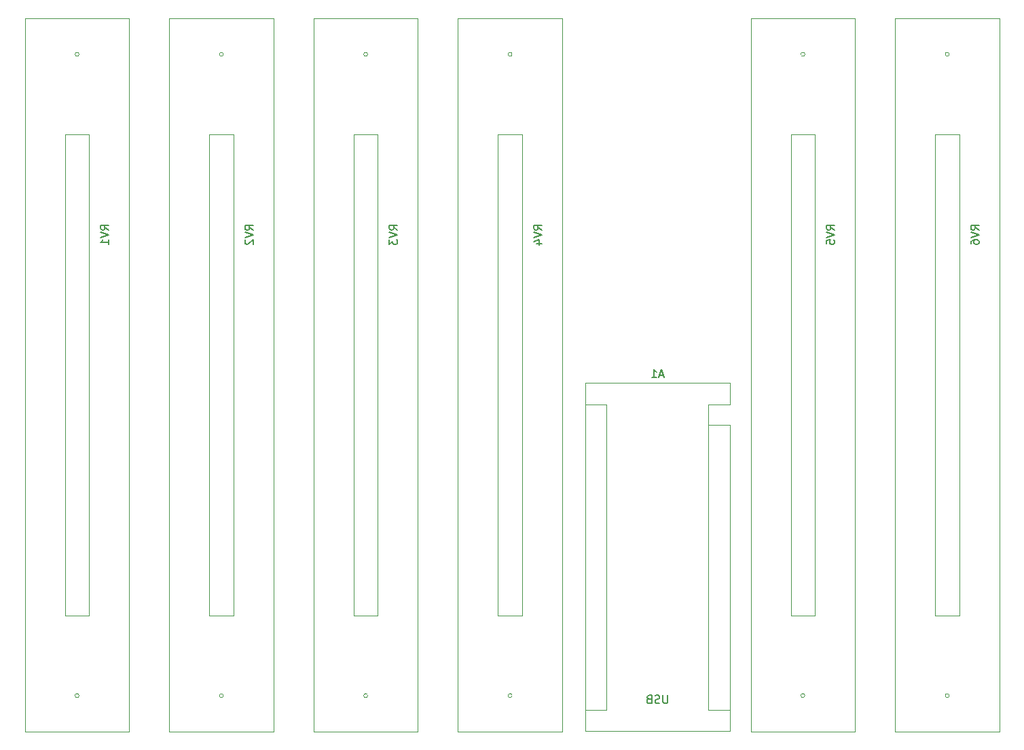
<source format=gbo>
G04 #@! TF.GenerationSoftware,KiCad,Pcbnew,8.0.1-8.0.1-1~ubuntu22.04.1*
G04 #@! TF.CreationDate,2024-03-31T12:28:40+01:00*
G04 #@! TF.ProjectId,Arduino_Mixer,41726475-696e-46f5-9f4d-697865722e6b,1.0*
G04 #@! TF.SameCoordinates,Original*
G04 #@! TF.FileFunction,Legend,Bot*
G04 #@! TF.FilePolarity,Positive*
%FSLAX46Y46*%
G04 Gerber Fmt 4.6, Leading zero omitted, Abs format (unit mm)*
G04 Created by KiCad (PCBNEW 8.0.1-8.0.1-1~ubuntu22.04.1) date 2024-03-31 12:28:40*
%MOMM*%
%LPD*%
G01*
G04 APERTURE LIST*
%ADD10C,0.150000*%
%ADD11C,0.120000*%
%ADD12C,3.200000*%
%ADD13R,1.600000X1.600000*%
%ADD14O,1.600000X1.600000*%
%ADD15C,4.000000*%
G04 APERTURE END LIST*
D10*
X165594285Y-95029104D02*
X165118095Y-95029104D01*
X165689523Y-95314819D02*
X165356190Y-94314819D01*
X165356190Y-94314819D02*
X165022857Y-95314819D01*
X164165714Y-95314819D02*
X164737142Y-95314819D01*
X164451428Y-95314819D02*
X164451428Y-94314819D01*
X164451428Y-94314819D02*
X164546666Y-94457676D01*
X164546666Y-94457676D02*
X164641904Y-94552914D01*
X164641904Y-94552914D02*
X164737142Y-94600533D01*
X166141904Y-134954819D02*
X166141904Y-135764342D01*
X166141904Y-135764342D02*
X166094285Y-135859580D01*
X166094285Y-135859580D02*
X166046666Y-135907200D01*
X166046666Y-135907200D02*
X165951428Y-135954819D01*
X165951428Y-135954819D02*
X165760952Y-135954819D01*
X165760952Y-135954819D02*
X165665714Y-135907200D01*
X165665714Y-135907200D02*
X165618095Y-135859580D01*
X165618095Y-135859580D02*
X165570476Y-135764342D01*
X165570476Y-135764342D02*
X165570476Y-134954819D01*
X165141904Y-135907200D02*
X164999047Y-135954819D01*
X164999047Y-135954819D02*
X164760952Y-135954819D01*
X164760952Y-135954819D02*
X164665714Y-135907200D01*
X164665714Y-135907200D02*
X164618095Y-135859580D01*
X164618095Y-135859580D02*
X164570476Y-135764342D01*
X164570476Y-135764342D02*
X164570476Y-135669104D01*
X164570476Y-135669104D02*
X164618095Y-135573866D01*
X164618095Y-135573866D02*
X164665714Y-135526247D01*
X164665714Y-135526247D02*
X164760952Y-135478628D01*
X164760952Y-135478628D02*
X164951428Y-135431009D01*
X164951428Y-135431009D02*
X165046666Y-135383390D01*
X165046666Y-135383390D02*
X165094285Y-135335771D01*
X165094285Y-135335771D02*
X165141904Y-135240533D01*
X165141904Y-135240533D02*
X165141904Y-135145295D01*
X165141904Y-135145295D02*
X165094285Y-135050057D01*
X165094285Y-135050057D02*
X165046666Y-135002438D01*
X165046666Y-135002438D02*
X164951428Y-134954819D01*
X164951428Y-134954819D02*
X164713333Y-134954819D01*
X164713333Y-134954819D02*
X164570476Y-135002438D01*
X163808571Y-135431009D02*
X163665714Y-135478628D01*
X163665714Y-135478628D02*
X163618095Y-135526247D01*
X163618095Y-135526247D02*
X163570476Y-135621485D01*
X163570476Y-135621485D02*
X163570476Y-135764342D01*
X163570476Y-135764342D02*
X163618095Y-135859580D01*
X163618095Y-135859580D02*
X163665714Y-135907200D01*
X163665714Y-135907200D02*
X163760952Y-135954819D01*
X163760952Y-135954819D02*
X164141904Y-135954819D01*
X164141904Y-135954819D02*
X164141904Y-134954819D01*
X164141904Y-134954819D02*
X163808571Y-134954819D01*
X163808571Y-134954819D02*
X163713333Y-135002438D01*
X163713333Y-135002438D02*
X163665714Y-135050057D01*
X163665714Y-135050057D02*
X163618095Y-135145295D01*
X163618095Y-135145295D02*
X163618095Y-135240533D01*
X163618095Y-135240533D02*
X163665714Y-135335771D01*
X163665714Y-135335771D02*
X163713333Y-135383390D01*
X163713333Y-135383390D02*
X163808571Y-135431009D01*
X163808571Y-135431009D02*
X164141904Y-135431009D01*
X150454819Y-76904761D02*
X149978628Y-76571428D01*
X150454819Y-76333333D02*
X149454819Y-76333333D01*
X149454819Y-76333333D02*
X149454819Y-76714285D01*
X149454819Y-76714285D02*
X149502438Y-76809523D01*
X149502438Y-76809523D02*
X149550057Y-76857142D01*
X149550057Y-76857142D02*
X149645295Y-76904761D01*
X149645295Y-76904761D02*
X149788152Y-76904761D01*
X149788152Y-76904761D02*
X149883390Y-76857142D01*
X149883390Y-76857142D02*
X149931009Y-76809523D01*
X149931009Y-76809523D02*
X149978628Y-76714285D01*
X149978628Y-76714285D02*
X149978628Y-76333333D01*
X149454819Y-77190476D02*
X150454819Y-77523809D01*
X150454819Y-77523809D02*
X149454819Y-77857142D01*
X149788152Y-78619047D02*
X150454819Y-78619047D01*
X149407200Y-78380952D02*
X150121485Y-78142857D01*
X150121485Y-78142857D02*
X150121485Y-78761904D01*
X114454819Y-76904761D02*
X113978628Y-76571428D01*
X114454819Y-76333333D02*
X113454819Y-76333333D01*
X113454819Y-76333333D02*
X113454819Y-76714285D01*
X113454819Y-76714285D02*
X113502438Y-76809523D01*
X113502438Y-76809523D02*
X113550057Y-76857142D01*
X113550057Y-76857142D02*
X113645295Y-76904761D01*
X113645295Y-76904761D02*
X113788152Y-76904761D01*
X113788152Y-76904761D02*
X113883390Y-76857142D01*
X113883390Y-76857142D02*
X113931009Y-76809523D01*
X113931009Y-76809523D02*
X113978628Y-76714285D01*
X113978628Y-76714285D02*
X113978628Y-76333333D01*
X113454819Y-77190476D02*
X114454819Y-77523809D01*
X114454819Y-77523809D02*
X113454819Y-77857142D01*
X113550057Y-78142857D02*
X113502438Y-78190476D01*
X113502438Y-78190476D02*
X113454819Y-78285714D01*
X113454819Y-78285714D02*
X113454819Y-78523809D01*
X113454819Y-78523809D02*
X113502438Y-78619047D01*
X113502438Y-78619047D02*
X113550057Y-78666666D01*
X113550057Y-78666666D02*
X113645295Y-78714285D01*
X113645295Y-78714285D02*
X113740533Y-78714285D01*
X113740533Y-78714285D02*
X113883390Y-78666666D01*
X113883390Y-78666666D02*
X114454819Y-78095238D01*
X114454819Y-78095238D02*
X114454819Y-78714285D01*
X132454819Y-76904761D02*
X131978628Y-76571428D01*
X132454819Y-76333333D02*
X131454819Y-76333333D01*
X131454819Y-76333333D02*
X131454819Y-76714285D01*
X131454819Y-76714285D02*
X131502438Y-76809523D01*
X131502438Y-76809523D02*
X131550057Y-76857142D01*
X131550057Y-76857142D02*
X131645295Y-76904761D01*
X131645295Y-76904761D02*
X131788152Y-76904761D01*
X131788152Y-76904761D02*
X131883390Y-76857142D01*
X131883390Y-76857142D02*
X131931009Y-76809523D01*
X131931009Y-76809523D02*
X131978628Y-76714285D01*
X131978628Y-76714285D02*
X131978628Y-76333333D01*
X131454819Y-77190476D02*
X132454819Y-77523809D01*
X132454819Y-77523809D02*
X131454819Y-77857142D01*
X131454819Y-78095238D02*
X131454819Y-78714285D01*
X131454819Y-78714285D02*
X131835771Y-78380952D01*
X131835771Y-78380952D02*
X131835771Y-78523809D01*
X131835771Y-78523809D02*
X131883390Y-78619047D01*
X131883390Y-78619047D02*
X131931009Y-78666666D01*
X131931009Y-78666666D02*
X132026247Y-78714285D01*
X132026247Y-78714285D02*
X132264342Y-78714285D01*
X132264342Y-78714285D02*
X132359580Y-78666666D01*
X132359580Y-78666666D02*
X132407200Y-78619047D01*
X132407200Y-78619047D02*
X132454819Y-78523809D01*
X132454819Y-78523809D02*
X132454819Y-78238095D01*
X132454819Y-78238095D02*
X132407200Y-78142857D01*
X132407200Y-78142857D02*
X132359580Y-78095238D01*
X204954819Y-76904761D02*
X204478628Y-76571428D01*
X204954819Y-76333333D02*
X203954819Y-76333333D01*
X203954819Y-76333333D02*
X203954819Y-76714285D01*
X203954819Y-76714285D02*
X204002438Y-76809523D01*
X204002438Y-76809523D02*
X204050057Y-76857142D01*
X204050057Y-76857142D02*
X204145295Y-76904761D01*
X204145295Y-76904761D02*
X204288152Y-76904761D01*
X204288152Y-76904761D02*
X204383390Y-76857142D01*
X204383390Y-76857142D02*
X204431009Y-76809523D01*
X204431009Y-76809523D02*
X204478628Y-76714285D01*
X204478628Y-76714285D02*
X204478628Y-76333333D01*
X203954819Y-77190476D02*
X204954819Y-77523809D01*
X204954819Y-77523809D02*
X203954819Y-77857142D01*
X203954819Y-78619047D02*
X203954819Y-78428571D01*
X203954819Y-78428571D02*
X204002438Y-78333333D01*
X204002438Y-78333333D02*
X204050057Y-78285714D01*
X204050057Y-78285714D02*
X204192914Y-78190476D01*
X204192914Y-78190476D02*
X204383390Y-78142857D01*
X204383390Y-78142857D02*
X204764342Y-78142857D01*
X204764342Y-78142857D02*
X204859580Y-78190476D01*
X204859580Y-78190476D02*
X204907200Y-78238095D01*
X204907200Y-78238095D02*
X204954819Y-78333333D01*
X204954819Y-78333333D02*
X204954819Y-78523809D01*
X204954819Y-78523809D02*
X204907200Y-78619047D01*
X204907200Y-78619047D02*
X204859580Y-78666666D01*
X204859580Y-78666666D02*
X204764342Y-78714285D01*
X204764342Y-78714285D02*
X204526247Y-78714285D01*
X204526247Y-78714285D02*
X204431009Y-78666666D01*
X204431009Y-78666666D02*
X204383390Y-78619047D01*
X204383390Y-78619047D02*
X204335771Y-78523809D01*
X204335771Y-78523809D02*
X204335771Y-78333333D01*
X204335771Y-78333333D02*
X204383390Y-78238095D01*
X204383390Y-78238095D02*
X204431009Y-78190476D01*
X204431009Y-78190476D02*
X204526247Y-78142857D01*
X96454819Y-76904761D02*
X95978628Y-76571428D01*
X96454819Y-76333333D02*
X95454819Y-76333333D01*
X95454819Y-76333333D02*
X95454819Y-76714285D01*
X95454819Y-76714285D02*
X95502438Y-76809523D01*
X95502438Y-76809523D02*
X95550057Y-76857142D01*
X95550057Y-76857142D02*
X95645295Y-76904761D01*
X95645295Y-76904761D02*
X95788152Y-76904761D01*
X95788152Y-76904761D02*
X95883390Y-76857142D01*
X95883390Y-76857142D02*
X95931009Y-76809523D01*
X95931009Y-76809523D02*
X95978628Y-76714285D01*
X95978628Y-76714285D02*
X95978628Y-76333333D01*
X95454819Y-77190476D02*
X96454819Y-77523809D01*
X96454819Y-77523809D02*
X95454819Y-77857142D01*
X96454819Y-78714285D02*
X96454819Y-78142857D01*
X96454819Y-78428571D02*
X95454819Y-78428571D01*
X95454819Y-78428571D02*
X95597676Y-78333333D01*
X95597676Y-78333333D02*
X95692914Y-78238095D01*
X95692914Y-78238095D02*
X95740533Y-78142857D01*
X186954819Y-76904761D02*
X186478628Y-76571428D01*
X186954819Y-76333333D02*
X185954819Y-76333333D01*
X185954819Y-76333333D02*
X185954819Y-76714285D01*
X185954819Y-76714285D02*
X186002438Y-76809523D01*
X186002438Y-76809523D02*
X186050057Y-76857142D01*
X186050057Y-76857142D02*
X186145295Y-76904761D01*
X186145295Y-76904761D02*
X186288152Y-76904761D01*
X186288152Y-76904761D02*
X186383390Y-76857142D01*
X186383390Y-76857142D02*
X186431009Y-76809523D01*
X186431009Y-76809523D02*
X186478628Y-76714285D01*
X186478628Y-76714285D02*
X186478628Y-76333333D01*
X185954819Y-77190476D02*
X186954819Y-77523809D01*
X186954819Y-77523809D02*
X185954819Y-77857142D01*
X185954819Y-78666666D02*
X185954819Y-78190476D01*
X185954819Y-78190476D02*
X186431009Y-78142857D01*
X186431009Y-78142857D02*
X186383390Y-78190476D01*
X186383390Y-78190476D02*
X186335771Y-78285714D01*
X186335771Y-78285714D02*
X186335771Y-78523809D01*
X186335771Y-78523809D02*
X186383390Y-78619047D01*
X186383390Y-78619047D02*
X186431009Y-78666666D01*
X186431009Y-78666666D02*
X186526247Y-78714285D01*
X186526247Y-78714285D02*
X186764342Y-78714285D01*
X186764342Y-78714285D02*
X186859580Y-78666666D01*
X186859580Y-78666666D02*
X186907200Y-78619047D01*
X186907200Y-78619047D02*
X186954819Y-78523809D01*
X186954819Y-78523809D02*
X186954819Y-78285714D01*
X186954819Y-78285714D02*
X186907200Y-78190476D01*
X186907200Y-78190476D02*
X186859580Y-78142857D01*
D11*
X155860000Y-96000000D02*
X155860000Y-139440000D01*
X155860000Y-98670000D02*
X158530000Y-98670000D01*
X155860000Y-136770000D02*
X158530000Y-136770000D01*
X155860000Y-139440000D02*
X173900000Y-139440000D01*
X158530000Y-136770000D02*
X158530000Y-98670000D01*
X171230000Y-98670000D02*
X171230000Y-101210000D01*
X171230000Y-136770000D02*
X171230000Y-101210000D01*
X173900000Y-96000000D02*
X155860000Y-96000000D01*
X173900000Y-98670000D02*
X171230000Y-98670000D01*
X173900000Y-98670000D02*
X173900000Y-96000000D01*
X173900000Y-101210000D02*
X171230000Y-101210000D01*
X173900000Y-136770000D02*
X171230000Y-136770000D01*
X173900000Y-139440000D02*
X173900000Y-101210000D01*
X148000000Y-125000000D02*
X145000000Y-125000000D01*
X145000000Y-65000000D01*
X148000000Y-65000000D01*
X148000000Y-125000000D01*
X153000000Y-139500000D02*
X140000000Y-139500000D01*
X140000000Y-50500000D01*
X153000000Y-50500000D01*
X153000000Y-139500000D01*
X146750000Y-55000000D02*
G75*
G02*
X146250000Y-55000000I-250000J0D01*
G01*
X146250000Y-55000000D02*
G75*
G02*
X146750000Y-55000000I250000J0D01*
G01*
X146750000Y-135000000D02*
G75*
G02*
X146250000Y-135000000I-250000J0D01*
G01*
X146250000Y-135000000D02*
G75*
G02*
X146750000Y-135000000I250000J0D01*
G01*
X112000000Y-125000000D02*
X109000000Y-125000000D01*
X109000000Y-65000000D01*
X112000000Y-65000000D01*
X112000000Y-125000000D01*
X117000000Y-139500000D02*
X104000000Y-139500000D01*
X104000000Y-50500000D01*
X117000000Y-50500000D01*
X117000000Y-139500000D01*
X110750000Y-55000000D02*
G75*
G02*
X110250000Y-55000000I-250000J0D01*
G01*
X110250000Y-55000000D02*
G75*
G02*
X110750000Y-55000000I250000J0D01*
G01*
X110750000Y-135000000D02*
G75*
G02*
X110250000Y-135000000I-250000J0D01*
G01*
X110250000Y-135000000D02*
G75*
G02*
X110750000Y-135000000I250000J0D01*
G01*
X130000000Y-125000000D02*
X127000000Y-125000000D01*
X127000000Y-65000000D01*
X130000000Y-65000000D01*
X130000000Y-125000000D01*
X135000000Y-139500000D02*
X122000000Y-139500000D01*
X122000000Y-50500000D01*
X135000000Y-50500000D01*
X135000000Y-139500000D01*
X128750000Y-55000000D02*
G75*
G02*
X128250000Y-55000000I-250000J0D01*
G01*
X128250000Y-55000000D02*
G75*
G02*
X128750000Y-55000000I250000J0D01*
G01*
X128750000Y-135000000D02*
G75*
G02*
X128250000Y-135000000I-250000J0D01*
G01*
X128250000Y-135000000D02*
G75*
G02*
X128750000Y-135000000I250000J0D01*
G01*
X202500000Y-125000000D02*
X199500000Y-125000000D01*
X199500000Y-65000000D01*
X202500000Y-65000000D01*
X202500000Y-125000000D01*
X207500000Y-139500000D02*
X194500000Y-139500000D01*
X194500000Y-50500000D01*
X207500000Y-50500000D01*
X207500000Y-139500000D01*
X201250000Y-55000000D02*
G75*
G02*
X200750000Y-55000000I-250000J0D01*
G01*
X200750000Y-55000000D02*
G75*
G02*
X201250000Y-55000000I250000J0D01*
G01*
X201250000Y-135000000D02*
G75*
G02*
X200750000Y-135000000I-250000J0D01*
G01*
X200750000Y-135000000D02*
G75*
G02*
X201250000Y-135000000I250000J0D01*
G01*
X94000000Y-125000000D02*
X91000000Y-125000000D01*
X91000000Y-65000000D01*
X94000000Y-65000000D01*
X94000000Y-125000000D01*
X99000000Y-139500000D02*
X86000000Y-139500000D01*
X86000000Y-50500000D01*
X99000000Y-50500000D01*
X99000000Y-139500000D01*
X92750000Y-55000000D02*
G75*
G02*
X92250000Y-55000000I-250000J0D01*
G01*
X92250000Y-55000000D02*
G75*
G02*
X92750000Y-55000000I250000J0D01*
G01*
X92750000Y-135000000D02*
G75*
G02*
X92250000Y-135000000I-250000J0D01*
G01*
X92250000Y-135000000D02*
G75*
G02*
X92750000Y-135000000I250000J0D01*
G01*
X184500000Y-125000000D02*
X181500000Y-125000000D01*
X181500000Y-65000000D01*
X184500000Y-65000000D01*
X184500000Y-125000000D01*
X189500000Y-139500000D02*
X176500000Y-139500000D01*
X176500000Y-50500000D01*
X189500000Y-50500000D01*
X189500000Y-139500000D01*
X183250000Y-55000000D02*
G75*
G02*
X182750000Y-55000000I-250000J0D01*
G01*
X182750000Y-55000000D02*
G75*
G02*
X183250000Y-55000000I250000J0D01*
G01*
X183250000Y-135000000D02*
G75*
G02*
X182750000Y-135000000I-250000J0D01*
G01*
X182750000Y-135000000D02*
G75*
G02*
X183250000Y-135000000I250000J0D01*
G01*
%LPC*%
D12*
X213000000Y-140000000D03*
X80000000Y-140000000D03*
X80000000Y-50000000D03*
X213000000Y-50000000D03*
D13*
X172500000Y-99940000D03*
D14*
X172500000Y-102480000D03*
X172500000Y-105020000D03*
X172500000Y-107560000D03*
X172500000Y-110100000D03*
X172500000Y-112640000D03*
X172500000Y-115180000D03*
X172500000Y-117720000D03*
X172500000Y-120260000D03*
X172500000Y-122800000D03*
X172500000Y-125340000D03*
X172500000Y-127880000D03*
X172500000Y-130420000D03*
X172500000Y-132960000D03*
X172500000Y-135500000D03*
X157260000Y-135500000D03*
X157260000Y-132960000D03*
X157260000Y-130420000D03*
X157260000Y-127880000D03*
X157260000Y-125340000D03*
X157260000Y-122800000D03*
X157260000Y-120260000D03*
X157260000Y-117720000D03*
X157260000Y-115180000D03*
X157260000Y-112640000D03*
X157260000Y-110100000D03*
X157260000Y-107560000D03*
X157260000Y-105020000D03*
X157260000Y-102480000D03*
X157260000Y-99940000D03*
D15*
X144000000Y-60000000D03*
X149000000Y-55000000D03*
X149000000Y-135000000D03*
X144000000Y-130000000D03*
X108000000Y-60000000D03*
X113000000Y-55000000D03*
X113000000Y-135000000D03*
X108000000Y-130000000D03*
X126000000Y-60000000D03*
X131000000Y-55000000D03*
X131000000Y-135000000D03*
X126000000Y-130000000D03*
X198500000Y-60000000D03*
X203500000Y-55000000D03*
X203500000Y-135000000D03*
X198500000Y-130000000D03*
X90000000Y-60000000D03*
X95000000Y-55000000D03*
X95000000Y-135000000D03*
X90000000Y-130000000D03*
X180500000Y-60000000D03*
X185500000Y-55000000D03*
X185500000Y-135000000D03*
X180500000Y-130000000D03*
%LPD*%
M02*

</source>
